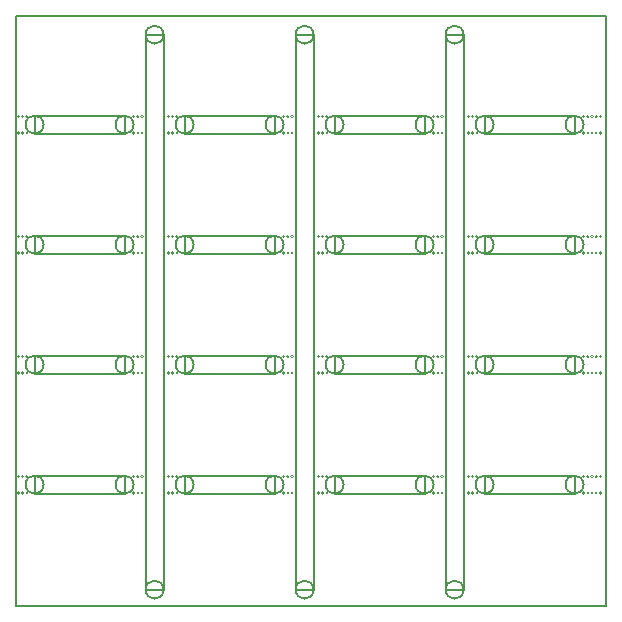
<source format=gko>
G04 #@! TF.FileFunction,Profile,NP*
%FSLAX46Y46*%
G04 Gerber Fmt 4.6, Leading zero omitted, Abs format (unit mm)*
G04 Created by KiCad (PCBNEW 4.0.2+dfsg1-stable) date Sun 30 Oct 2016 17:39:28 AEDT*
%MOMM*%
G01*
G04 APERTURE LIST*
%ADD10C,0.100000*%
%ADD11C,0.150000*%
%ADD12C,0.050800*%
%ADD13C,0.152400*%
G04 APERTURE END LIST*
D10*
D11*
X139700000Y-118618000D02*
X147320000Y-118618000D01*
X147320000Y-118618000D02*
X147320000Y-120142000D01*
X147320000Y-120142000D02*
X139700000Y-120142000D01*
X139700000Y-120142000D02*
X139700000Y-118618000D01*
X148084641Y-119380000D02*
G75*
G03X148084641Y-119380000I-764641J0D01*
G01*
D12*
X148542327Y-118694200D02*
G75*
G03X148542327Y-118694200I-104727J0D01*
G01*
X148183600Y-118694200D02*
G75*
G03X148183600Y-118694200I-101600J0D01*
G01*
X148897927Y-118694200D02*
G75*
G03X148897927Y-118694200I-104727J0D01*
G01*
X148897927Y-120091200D02*
G75*
G03X148897927Y-120091200I-104727J0D01*
G01*
X148183600Y-120091200D02*
G75*
G03X148183600Y-120091200I-101600J0D01*
G01*
X148542327Y-120091200D02*
G75*
G03X148542327Y-120091200I-104727J0D01*
G01*
X138788727Y-120091200D02*
G75*
G03X138788727Y-120091200I-104727J0D01*
G01*
X138430000Y-120091200D02*
G75*
G03X138430000Y-120091200I-101600J0D01*
G01*
X139144327Y-120091200D02*
G75*
G03X139144327Y-120091200I-104727J0D01*
G01*
X139144327Y-118694200D02*
G75*
G03X139144327Y-118694200I-104727J0D01*
G01*
X138430000Y-118694200D02*
G75*
G03X138430000Y-118694200I-101600J0D01*
G01*
X138788727Y-118694200D02*
G75*
G03X138788727Y-118694200I-104727J0D01*
G01*
D13*
X140462423Y-119380000D02*
G75*
G03X140462423Y-119380000I-762423J0D01*
G01*
D12*
X149609127Y-118694200D02*
G75*
G03X149609127Y-118694200I-104727J0D01*
G01*
X149253527Y-118694200D02*
G75*
G03X149253527Y-118694200I-104727J0D01*
G01*
X149253527Y-120091200D02*
G75*
G03X149253527Y-120091200I-104727J0D01*
G01*
X149609127Y-120091200D02*
G75*
G03X149609127Y-120091200I-104727J0D01*
G01*
X149609127Y-109931200D02*
G75*
G03X149609127Y-109931200I-104727J0D01*
G01*
X149253527Y-109931200D02*
G75*
G03X149253527Y-109931200I-104727J0D01*
G01*
X149253527Y-108534200D02*
G75*
G03X149253527Y-108534200I-104727J0D01*
G01*
X149609127Y-108534200D02*
G75*
G03X149609127Y-108534200I-104727J0D01*
G01*
D13*
X140462423Y-109220000D02*
G75*
G03X140462423Y-109220000I-762423J0D01*
G01*
D12*
X138788727Y-108534200D02*
G75*
G03X138788727Y-108534200I-104727J0D01*
G01*
X138430000Y-108534200D02*
G75*
G03X138430000Y-108534200I-101600J0D01*
G01*
X139144327Y-108534200D02*
G75*
G03X139144327Y-108534200I-104727J0D01*
G01*
X139144327Y-109931200D02*
G75*
G03X139144327Y-109931200I-104727J0D01*
G01*
X138430000Y-109931200D02*
G75*
G03X138430000Y-109931200I-101600J0D01*
G01*
X138788727Y-109931200D02*
G75*
G03X138788727Y-109931200I-104727J0D01*
G01*
X148542327Y-109931200D02*
G75*
G03X148542327Y-109931200I-104727J0D01*
G01*
X148183600Y-109931200D02*
G75*
G03X148183600Y-109931200I-101600J0D01*
G01*
X148897927Y-109931200D02*
G75*
G03X148897927Y-109931200I-104727J0D01*
G01*
X148897927Y-108534200D02*
G75*
G03X148897927Y-108534200I-104727J0D01*
G01*
X148183600Y-108534200D02*
G75*
G03X148183600Y-108534200I-101600J0D01*
G01*
X148542327Y-108534200D02*
G75*
G03X148542327Y-108534200I-104727J0D01*
G01*
D11*
X148084641Y-109220000D02*
G75*
G03X148084641Y-109220000I-764641J0D01*
G01*
X139700000Y-109982000D02*
X139700000Y-108458000D01*
X147320000Y-109982000D02*
X139700000Y-109982000D01*
X147320000Y-108458000D02*
X147320000Y-109982000D01*
X139700000Y-108458000D02*
X147320000Y-108458000D01*
X139700000Y-128778000D02*
X147320000Y-128778000D01*
X147320000Y-128778000D02*
X147320000Y-130302000D01*
X147320000Y-130302000D02*
X139700000Y-130302000D01*
X139700000Y-130302000D02*
X139700000Y-128778000D01*
X148084641Y-129540000D02*
G75*
G03X148084641Y-129540000I-764641J0D01*
G01*
D12*
X148542327Y-128854200D02*
G75*
G03X148542327Y-128854200I-104727J0D01*
G01*
X148183600Y-128854200D02*
G75*
G03X148183600Y-128854200I-101600J0D01*
G01*
X148897927Y-128854200D02*
G75*
G03X148897927Y-128854200I-104727J0D01*
G01*
X148897927Y-130251200D02*
G75*
G03X148897927Y-130251200I-104727J0D01*
G01*
X148183600Y-130251200D02*
G75*
G03X148183600Y-130251200I-101600J0D01*
G01*
X148542327Y-130251200D02*
G75*
G03X148542327Y-130251200I-104727J0D01*
G01*
X138788727Y-130251200D02*
G75*
G03X138788727Y-130251200I-104727J0D01*
G01*
X138430000Y-130251200D02*
G75*
G03X138430000Y-130251200I-101600J0D01*
G01*
X139144327Y-130251200D02*
G75*
G03X139144327Y-130251200I-104727J0D01*
G01*
X139144327Y-128854200D02*
G75*
G03X139144327Y-128854200I-104727J0D01*
G01*
X138430000Y-128854200D02*
G75*
G03X138430000Y-128854200I-101600J0D01*
G01*
X138788727Y-128854200D02*
G75*
G03X138788727Y-128854200I-104727J0D01*
G01*
D13*
X140462423Y-129540000D02*
G75*
G03X140462423Y-129540000I-762423J0D01*
G01*
D12*
X149609127Y-128854200D02*
G75*
G03X149609127Y-128854200I-104727J0D01*
G01*
X149253527Y-128854200D02*
G75*
G03X149253527Y-128854200I-104727J0D01*
G01*
X149253527Y-130251200D02*
G75*
G03X149253527Y-130251200I-104727J0D01*
G01*
X149609127Y-130251200D02*
G75*
G03X149609127Y-130251200I-104727J0D01*
G01*
X149609127Y-140411200D02*
G75*
G03X149609127Y-140411200I-104727J0D01*
G01*
X149253527Y-140411200D02*
G75*
G03X149253527Y-140411200I-104727J0D01*
G01*
X149253527Y-139014200D02*
G75*
G03X149253527Y-139014200I-104727J0D01*
G01*
X149609127Y-139014200D02*
G75*
G03X149609127Y-139014200I-104727J0D01*
G01*
D11*
X127000000Y-108458000D02*
X134620000Y-108458000D01*
X134620000Y-108458000D02*
X134620000Y-109982000D01*
X134620000Y-109982000D02*
X127000000Y-109982000D01*
X127000000Y-109982000D02*
X127000000Y-108458000D01*
X135384641Y-109220000D02*
G75*
G03X135384641Y-109220000I-764641J0D01*
G01*
D12*
X135842327Y-108534200D02*
G75*
G03X135842327Y-108534200I-104727J0D01*
G01*
X135483600Y-108534200D02*
G75*
G03X135483600Y-108534200I-101600J0D01*
G01*
X136197927Y-108534200D02*
G75*
G03X136197927Y-108534200I-104727J0D01*
G01*
X136197927Y-109931200D02*
G75*
G03X136197927Y-109931200I-104727J0D01*
G01*
X135483600Y-109931200D02*
G75*
G03X135483600Y-109931200I-101600J0D01*
G01*
X135842327Y-109931200D02*
G75*
G03X135842327Y-109931200I-104727J0D01*
G01*
X126088727Y-109931200D02*
G75*
G03X126088727Y-109931200I-104727J0D01*
G01*
X125730000Y-109931200D02*
G75*
G03X125730000Y-109931200I-101600J0D01*
G01*
X126444327Y-109931200D02*
G75*
G03X126444327Y-109931200I-104727J0D01*
G01*
X126444327Y-108534200D02*
G75*
G03X126444327Y-108534200I-104727J0D01*
G01*
X125730000Y-108534200D02*
G75*
G03X125730000Y-108534200I-101600J0D01*
G01*
X126088727Y-108534200D02*
G75*
G03X126088727Y-108534200I-104727J0D01*
G01*
D13*
X127762423Y-109220000D02*
G75*
G03X127762423Y-109220000I-762423J0D01*
G01*
X127762423Y-119380000D02*
G75*
G03X127762423Y-119380000I-762423J0D01*
G01*
D12*
X126088727Y-118694200D02*
G75*
G03X126088727Y-118694200I-104727J0D01*
G01*
X125730000Y-118694200D02*
G75*
G03X125730000Y-118694200I-101600J0D01*
G01*
X126444327Y-118694200D02*
G75*
G03X126444327Y-118694200I-104727J0D01*
G01*
X126444327Y-120091200D02*
G75*
G03X126444327Y-120091200I-104727J0D01*
G01*
X125730000Y-120091200D02*
G75*
G03X125730000Y-120091200I-101600J0D01*
G01*
X126088727Y-120091200D02*
G75*
G03X126088727Y-120091200I-104727J0D01*
G01*
X135842327Y-120091200D02*
G75*
G03X135842327Y-120091200I-104727J0D01*
G01*
X135483600Y-120091200D02*
G75*
G03X135483600Y-120091200I-101600J0D01*
G01*
X136197927Y-120091200D02*
G75*
G03X136197927Y-120091200I-104727J0D01*
G01*
X136197927Y-118694200D02*
G75*
G03X136197927Y-118694200I-104727J0D01*
G01*
X135483600Y-118694200D02*
G75*
G03X135483600Y-118694200I-101600J0D01*
G01*
X135842327Y-118694200D02*
G75*
G03X135842327Y-118694200I-104727J0D01*
G01*
D11*
X135384641Y-119380000D02*
G75*
G03X135384641Y-119380000I-764641J0D01*
G01*
X127000000Y-120142000D02*
X127000000Y-118618000D01*
X134620000Y-120142000D02*
X127000000Y-120142000D01*
X134620000Y-118618000D02*
X134620000Y-120142000D01*
X127000000Y-118618000D02*
X134620000Y-118618000D01*
X127000000Y-138938000D02*
X134620000Y-138938000D01*
X134620000Y-138938000D02*
X134620000Y-140462000D01*
X134620000Y-140462000D02*
X127000000Y-140462000D01*
X127000000Y-140462000D02*
X127000000Y-138938000D01*
X135384641Y-139700000D02*
G75*
G03X135384641Y-139700000I-764641J0D01*
G01*
D12*
X135842327Y-139014200D02*
G75*
G03X135842327Y-139014200I-104727J0D01*
G01*
X135483600Y-139014200D02*
G75*
G03X135483600Y-139014200I-101600J0D01*
G01*
X136197927Y-139014200D02*
G75*
G03X136197927Y-139014200I-104727J0D01*
G01*
X136197927Y-140411200D02*
G75*
G03X136197927Y-140411200I-104727J0D01*
G01*
X135483600Y-140411200D02*
G75*
G03X135483600Y-140411200I-101600J0D01*
G01*
X135842327Y-140411200D02*
G75*
G03X135842327Y-140411200I-104727J0D01*
G01*
X126088727Y-140411200D02*
G75*
G03X126088727Y-140411200I-104727J0D01*
G01*
X125730000Y-140411200D02*
G75*
G03X125730000Y-140411200I-101600J0D01*
G01*
X126444327Y-140411200D02*
G75*
G03X126444327Y-140411200I-104727J0D01*
G01*
X126444327Y-139014200D02*
G75*
G03X126444327Y-139014200I-104727J0D01*
G01*
X125730000Y-139014200D02*
G75*
G03X125730000Y-139014200I-101600J0D01*
G01*
X126088727Y-139014200D02*
G75*
G03X126088727Y-139014200I-104727J0D01*
G01*
D13*
X127762423Y-139700000D02*
G75*
G03X127762423Y-139700000I-762423J0D01*
G01*
X127762423Y-129540000D02*
G75*
G03X127762423Y-129540000I-762423J0D01*
G01*
D12*
X126088727Y-128854200D02*
G75*
G03X126088727Y-128854200I-104727J0D01*
G01*
X125730000Y-128854200D02*
G75*
G03X125730000Y-128854200I-101600J0D01*
G01*
X126444327Y-128854200D02*
G75*
G03X126444327Y-128854200I-104727J0D01*
G01*
X126444327Y-130251200D02*
G75*
G03X126444327Y-130251200I-104727J0D01*
G01*
X125730000Y-130251200D02*
G75*
G03X125730000Y-130251200I-101600J0D01*
G01*
X126088727Y-130251200D02*
G75*
G03X126088727Y-130251200I-104727J0D01*
G01*
X135842327Y-130251200D02*
G75*
G03X135842327Y-130251200I-104727J0D01*
G01*
X135483600Y-130251200D02*
G75*
G03X135483600Y-130251200I-101600J0D01*
G01*
X136197927Y-130251200D02*
G75*
G03X136197927Y-130251200I-104727J0D01*
G01*
X136197927Y-128854200D02*
G75*
G03X136197927Y-128854200I-104727J0D01*
G01*
X135483600Y-128854200D02*
G75*
G03X135483600Y-128854200I-101600J0D01*
G01*
X135842327Y-128854200D02*
G75*
G03X135842327Y-128854200I-104727J0D01*
G01*
D11*
X135384641Y-129540000D02*
G75*
G03X135384641Y-129540000I-764641J0D01*
G01*
X127000000Y-130302000D02*
X127000000Y-128778000D01*
X134620000Y-130302000D02*
X127000000Y-130302000D01*
X134620000Y-128778000D02*
X134620000Y-130302000D01*
X127000000Y-128778000D02*
X134620000Y-128778000D01*
D13*
X140462423Y-139700000D02*
G75*
G03X140462423Y-139700000I-762423J0D01*
G01*
D12*
X138788727Y-139014200D02*
G75*
G03X138788727Y-139014200I-104727J0D01*
G01*
X138430000Y-139014200D02*
G75*
G03X138430000Y-139014200I-101600J0D01*
G01*
X139144327Y-139014200D02*
G75*
G03X139144327Y-139014200I-104727J0D01*
G01*
X139144327Y-140411200D02*
G75*
G03X139144327Y-140411200I-104727J0D01*
G01*
X138430000Y-140411200D02*
G75*
G03X138430000Y-140411200I-101600J0D01*
G01*
X138788727Y-140411200D02*
G75*
G03X138788727Y-140411200I-104727J0D01*
G01*
X148542327Y-140411200D02*
G75*
G03X148542327Y-140411200I-104727J0D01*
G01*
X148183600Y-140411200D02*
G75*
G03X148183600Y-140411200I-101600J0D01*
G01*
X148897927Y-140411200D02*
G75*
G03X148897927Y-140411200I-104727J0D01*
G01*
X148897927Y-139014200D02*
G75*
G03X148897927Y-139014200I-104727J0D01*
G01*
X148183600Y-139014200D02*
G75*
G03X148183600Y-139014200I-101600J0D01*
G01*
X148542327Y-139014200D02*
G75*
G03X148542327Y-139014200I-104727J0D01*
G01*
D11*
X148084641Y-139700000D02*
G75*
G03X148084641Y-139700000I-764641J0D01*
G01*
X139700000Y-140462000D02*
X139700000Y-138938000D01*
X147320000Y-140462000D02*
X139700000Y-140462000D01*
X147320000Y-138938000D02*
X147320000Y-140462000D01*
X139700000Y-138938000D02*
X147320000Y-138938000D01*
X114300000Y-108458000D02*
X121920000Y-108458000D01*
X121920000Y-108458000D02*
X121920000Y-109982000D01*
X121920000Y-109982000D02*
X114300000Y-109982000D01*
X114300000Y-109982000D02*
X114300000Y-108458000D01*
X122684641Y-109220000D02*
G75*
G03X122684641Y-109220000I-764641J0D01*
G01*
D12*
X123142327Y-108534200D02*
G75*
G03X123142327Y-108534200I-104727J0D01*
G01*
X122783600Y-108534200D02*
G75*
G03X122783600Y-108534200I-101600J0D01*
G01*
X123497927Y-108534200D02*
G75*
G03X123497927Y-108534200I-104727J0D01*
G01*
X123497927Y-109931200D02*
G75*
G03X123497927Y-109931200I-104727J0D01*
G01*
X122783600Y-109931200D02*
G75*
G03X122783600Y-109931200I-101600J0D01*
G01*
X123142327Y-109931200D02*
G75*
G03X123142327Y-109931200I-104727J0D01*
G01*
X113388727Y-109931200D02*
G75*
G03X113388727Y-109931200I-104727J0D01*
G01*
X113030000Y-109931200D02*
G75*
G03X113030000Y-109931200I-101600J0D01*
G01*
X113744327Y-109931200D02*
G75*
G03X113744327Y-109931200I-104727J0D01*
G01*
X113744327Y-108534200D02*
G75*
G03X113744327Y-108534200I-104727J0D01*
G01*
X113030000Y-108534200D02*
G75*
G03X113030000Y-108534200I-101600J0D01*
G01*
X113388727Y-108534200D02*
G75*
G03X113388727Y-108534200I-104727J0D01*
G01*
D13*
X115062423Y-109220000D02*
G75*
G03X115062423Y-109220000I-762423J0D01*
G01*
X115062423Y-119380000D02*
G75*
G03X115062423Y-119380000I-762423J0D01*
G01*
D12*
X113388727Y-118694200D02*
G75*
G03X113388727Y-118694200I-104727J0D01*
G01*
X113030000Y-118694200D02*
G75*
G03X113030000Y-118694200I-101600J0D01*
G01*
X113744327Y-118694200D02*
G75*
G03X113744327Y-118694200I-104727J0D01*
G01*
X113744327Y-120091200D02*
G75*
G03X113744327Y-120091200I-104727J0D01*
G01*
X113030000Y-120091200D02*
G75*
G03X113030000Y-120091200I-101600J0D01*
G01*
X113388727Y-120091200D02*
G75*
G03X113388727Y-120091200I-104727J0D01*
G01*
X123142327Y-120091200D02*
G75*
G03X123142327Y-120091200I-104727J0D01*
G01*
X122783600Y-120091200D02*
G75*
G03X122783600Y-120091200I-101600J0D01*
G01*
X123497927Y-120091200D02*
G75*
G03X123497927Y-120091200I-104727J0D01*
G01*
X123497927Y-118694200D02*
G75*
G03X123497927Y-118694200I-104727J0D01*
G01*
X122783600Y-118694200D02*
G75*
G03X122783600Y-118694200I-101600J0D01*
G01*
X123142327Y-118694200D02*
G75*
G03X123142327Y-118694200I-104727J0D01*
G01*
D11*
X122684641Y-119380000D02*
G75*
G03X122684641Y-119380000I-764641J0D01*
G01*
X114300000Y-120142000D02*
X114300000Y-118618000D01*
X121920000Y-120142000D02*
X114300000Y-120142000D01*
X121920000Y-118618000D02*
X121920000Y-120142000D01*
X114300000Y-118618000D02*
X121920000Y-118618000D01*
X114300000Y-138938000D02*
X121920000Y-138938000D01*
X121920000Y-138938000D02*
X121920000Y-140462000D01*
X121920000Y-140462000D02*
X114300000Y-140462000D01*
X114300000Y-140462000D02*
X114300000Y-138938000D01*
X122684641Y-139700000D02*
G75*
G03X122684641Y-139700000I-764641J0D01*
G01*
D12*
X123142327Y-139014200D02*
G75*
G03X123142327Y-139014200I-104727J0D01*
G01*
X122783600Y-139014200D02*
G75*
G03X122783600Y-139014200I-101600J0D01*
G01*
X123497927Y-139014200D02*
G75*
G03X123497927Y-139014200I-104727J0D01*
G01*
X123497927Y-140411200D02*
G75*
G03X123497927Y-140411200I-104727J0D01*
G01*
X122783600Y-140411200D02*
G75*
G03X122783600Y-140411200I-101600J0D01*
G01*
X123142327Y-140411200D02*
G75*
G03X123142327Y-140411200I-104727J0D01*
G01*
X113388727Y-140411200D02*
G75*
G03X113388727Y-140411200I-104727J0D01*
G01*
X113030000Y-140411200D02*
G75*
G03X113030000Y-140411200I-101600J0D01*
G01*
X113744327Y-140411200D02*
G75*
G03X113744327Y-140411200I-104727J0D01*
G01*
X113744327Y-139014200D02*
G75*
G03X113744327Y-139014200I-104727J0D01*
G01*
X113030000Y-139014200D02*
G75*
G03X113030000Y-139014200I-101600J0D01*
G01*
X113388727Y-139014200D02*
G75*
G03X113388727Y-139014200I-104727J0D01*
G01*
D13*
X115062423Y-139700000D02*
G75*
G03X115062423Y-139700000I-762423J0D01*
G01*
X115062423Y-129540000D02*
G75*
G03X115062423Y-129540000I-762423J0D01*
G01*
D12*
X113388727Y-128854200D02*
G75*
G03X113388727Y-128854200I-104727J0D01*
G01*
X113030000Y-128854200D02*
G75*
G03X113030000Y-128854200I-101600J0D01*
G01*
X113744327Y-128854200D02*
G75*
G03X113744327Y-128854200I-104727J0D01*
G01*
X113744327Y-130251200D02*
G75*
G03X113744327Y-130251200I-104727J0D01*
G01*
X113030000Y-130251200D02*
G75*
G03X113030000Y-130251200I-101600J0D01*
G01*
X113388727Y-130251200D02*
G75*
G03X113388727Y-130251200I-104727J0D01*
G01*
X123142327Y-130251200D02*
G75*
G03X123142327Y-130251200I-104727J0D01*
G01*
X122783600Y-130251200D02*
G75*
G03X122783600Y-130251200I-101600J0D01*
G01*
X123497927Y-130251200D02*
G75*
G03X123497927Y-130251200I-104727J0D01*
G01*
X123497927Y-128854200D02*
G75*
G03X123497927Y-128854200I-104727J0D01*
G01*
X122783600Y-128854200D02*
G75*
G03X122783600Y-128854200I-101600J0D01*
G01*
X123142327Y-128854200D02*
G75*
G03X123142327Y-128854200I-104727J0D01*
G01*
D11*
X122684641Y-129540000D02*
G75*
G03X122684641Y-129540000I-764641J0D01*
G01*
X114300000Y-130302000D02*
X114300000Y-128778000D01*
X121920000Y-130302000D02*
X114300000Y-130302000D01*
X121920000Y-128778000D02*
X121920000Y-130302000D01*
X114300000Y-128778000D02*
X121920000Y-128778000D01*
X101600000Y-128778000D02*
X109220000Y-128778000D01*
X109220000Y-128778000D02*
X109220000Y-130302000D01*
X109220000Y-130302000D02*
X101600000Y-130302000D01*
X101600000Y-130302000D02*
X101600000Y-128778000D01*
X109984641Y-129540000D02*
G75*
G03X109984641Y-129540000I-764641J0D01*
G01*
D12*
X110442327Y-128854200D02*
G75*
G03X110442327Y-128854200I-104727J0D01*
G01*
X110083600Y-128854200D02*
G75*
G03X110083600Y-128854200I-101600J0D01*
G01*
X110797927Y-128854200D02*
G75*
G03X110797927Y-128854200I-104727J0D01*
G01*
X110797927Y-130251200D02*
G75*
G03X110797927Y-130251200I-104727J0D01*
G01*
X110083600Y-130251200D02*
G75*
G03X110083600Y-130251200I-101600J0D01*
G01*
X110442327Y-130251200D02*
G75*
G03X110442327Y-130251200I-104727J0D01*
G01*
X100688727Y-130251200D02*
G75*
G03X100688727Y-130251200I-104727J0D01*
G01*
X100330000Y-130251200D02*
G75*
G03X100330000Y-130251200I-101600J0D01*
G01*
X101044327Y-130251200D02*
G75*
G03X101044327Y-130251200I-104727J0D01*
G01*
X101044327Y-128854200D02*
G75*
G03X101044327Y-128854200I-104727J0D01*
G01*
X100330000Y-128854200D02*
G75*
G03X100330000Y-128854200I-101600J0D01*
G01*
X100688727Y-128854200D02*
G75*
G03X100688727Y-128854200I-104727J0D01*
G01*
D13*
X102362423Y-129540000D02*
G75*
G03X102362423Y-129540000I-762423J0D01*
G01*
X102362423Y-139700000D02*
G75*
G03X102362423Y-139700000I-762423J0D01*
G01*
D12*
X100688727Y-139014200D02*
G75*
G03X100688727Y-139014200I-104727J0D01*
G01*
X100330000Y-139014200D02*
G75*
G03X100330000Y-139014200I-101600J0D01*
G01*
X101044327Y-139014200D02*
G75*
G03X101044327Y-139014200I-104727J0D01*
G01*
X101044327Y-140411200D02*
G75*
G03X101044327Y-140411200I-104727J0D01*
G01*
X100330000Y-140411200D02*
G75*
G03X100330000Y-140411200I-101600J0D01*
G01*
X100688727Y-140411200D02*
G75*
G03X100688727Y-140411200I-104727J0D01*
G01*
X110442327Y-140411200D02*
G75*
G03X110442327Y-140411200I-104727J0D01*
G01*
X110083600Y-140411200D02*
G75*
G03X110083600Y-140411200I-101600J0D01*
G01*
X110797927Y-140411200D02*
G75*
G03X110797927Y-140411200I-104727J0D01*
G01*
X110797927Y-139014200D02*
G75*
G03X110797927Y-139014200I-104727J0D01*
G01*
X110083600Y-139014200D02*
G75*
G03X110083600Y-139014200I-101600J0D01*
G01*
X110442327Y-139014200D02*
G75*
G03X110442327Y-139014200I-104727J0D01*
G01*
D11*
X109984641Y-139700000D02*
G75*
G03X109984641Y-139700000I-764641J0D01*
G01*
X101600000Y-140462000D02*
X101600000Y-138938000D01*
X109220000Y-140462000D02*
X101600000Y-140462000D01*
X109220000Y-138938000D02*
X109220000Y-140462000D01*
X101600000Y-138938000D02*
X109220000Y-138938000D01*
X101600000Y-118618000D02*
X109220000Y-118618000D01*
X109220000Y-118618000D02*
X109220000Y-120142000D01*
X109220000Y-120142000D02*
X101600000Y-120142000D01*
X101600000Y-120142000D02*
X101600000Y-118618000D01*
X109984641Y-119380000D02*
G75*
G03X109984641Y-119380000I-764641J0D01*
G01*
D12*
X110442327Y-118694200D02*
G75*
G03X110442327Y-118694200I-104727J0D01*
G01*
X110083600Y-118694200D02*
G75*
G03X110083600Y-118694200I-101600J0D01*
G01*
X110797927Y-118694200D02*
G75*
G03X110797927Y-118694200I-104727J0D01*
G01*
X110797927Y-120091200D02*
G75*
G03X110797927Y-120091200I-104727J0D01*
G01*
X110083600Y-120091200D02*
G75*
G03X110083600Y-120091200I-101600J0D01*
G01*
X110442327Y-120091200D02*
G75*
G03X110442327Y-120091200I-104727J0D01*
G01*
X100688727Y-120091200D02*
G75*
G03X100688727Y-120091200I-104727J0D01*
G01*
X100330000Y-120091200D02*
G75*
G03X100330000Y-120091200I-101600J0D01*
G01*
X101044327Y-120091200D02*
G75*
G03X101044327Y-120091200I-104727J0D01*
G01*
X101044327Y-118694200D02*
G75*
G03X101044327Y-118694200I-104727J0D01*
G01*
X100330000Y-118694200D02*
G75*
G03X100330000Y-118694200I-101600J0D01*
G01*
X100688727Y-118694200D02*
G75*
G03X100688727Y-118694200I-104727J0D01*
G01*
D13*
X102362423Y-119380000D02*
G75*
G03X102362423Y-119380000I-762423J0D01*
G01*
X102362423Y-109220000D02*
G75*
G03X102362423Y-109220000I-762423J0D01*
G01*
D12*
X100688727Y-108534200D02*
G75*
G03X100688727Y-108534200I-104727J0D01*
G01*
X100330000Y-108534200D02*
G75*
G03X100330000Y-108534200I-101600J0D01*
G01*
X101044327Y-108534200D02*
G75*
G03X101044327Y-108534200I-104727J0D01*
G01*
X101044327Y-109931200D02*
G75*
G03X101044327Y-109931200I-104727J0D01*
G01*
X100330000Y-109931200D02*
G75*
G03X100330000Y-109931200I-101600J0D01*
G01*
X100688727Y-109931200D02*
G75*
G03X100688727Y-109931200I-104727J0D01*
G01*
X110442327Y-109931200D02*
G75*
G03X110442327Y-109931200I-104727J0D01*
G01*
X110083600Y-109931200D02*
G75*
G03X110083600Y-109931200I-101600J0D01*
G01*
X110797927Y-109931200D02*
G75*
G03X110797927Y-109931200I-104727J0D01*
G01*
X110797927Y-108534200D02*
G75*
G03X110797927Y-108534200I-104727J0D01*
G01*
X110083600Y-108534200D02*
G75*
G03X110083600Y-108534200I-101600J0D01*
G01*
X110442327Y-108534200D02*
G75*
G03X110442327Y-108534200I-104727J0D01*
G01*
D11*
X109984641Y-109220000D02*
G75*
G03X109984641Y-109220000I-764641J0D01*
G01*
X101600000Y-109982000D02*
X101600000Y-108458000D01*
X109220000Y-109982000D02*
X101600000Y-109982000D01*
X109220000Y-108458000D02*
X109220000Y-109982000D01*
X101600000Y-108458000D02*
X109220000Y-108458000D01*
X137922000Y-101600000D02*
G75*
G03X137922000Y-101600000I-762000J0D01*
G01*
X136398000Y-101600000D02*
X137922000Y-101600000D01*
X136398000Y-148590000D02*
X137922000Y-148590000D01*
X137922000Y-101600000D02*
X137922000Y-148590000D01*
X136398000Y-148590000D02*
X136398000Y-101600000D01*
X137922000Y-148590000D02*
G75*
G03X137922000Y-148590000I-762000J0D01*
G01*
X125222000Y-148590000D02*
G75*
G03X125222000Y-148590000I-762000J0D01*
G01*
X123698000Y-148590000D02*
X123698000Y-101600000D01*
X125222000Y-101600000D02*
X125222000Y-148590000D01*
X123698000Y-148590000D02*
X125222000Y-148590000D01*
X123698000Y-101600000D02*
X125222000Y-101600000D01*
X125222000Y-101600000D02*
G75*
G03X125222000Y-101600000I-762000J0D01*
G01*
X112522000Y-101600000D02*
G75*
G03X112522000Y-101600000I-762000J0D01*
G01*
X110998000Y-101600000D02*
X112522000Y-101600000D01*
X110998000Y-148590000D02*
X112522000Y-148590000D01*
X112522000Y-101600000D02*
X112522000Y-148590000D01*
X110998000Y-148590000D02*
X110998000Y-101600000D01*
X112522000Y-148590000D02*
G75*
G03X112522000Y-148590000I-762000J0D01*
G01*
X100000000Y-100000000D02*
X150000000Y-100000000D01*
X150000000Y-150000000D02*
X150000000Y-100000000D01*
X100000000Y-150000000D02*
X150000000Y-150000000D01*
X100000000Y-100000000D02*
X100000000Y-150000000D01*
M02*

</source>
